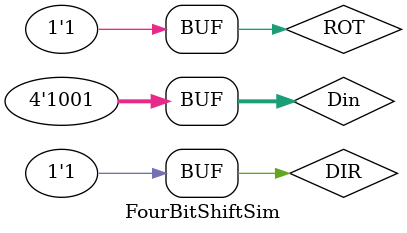
<source format=sv>
`timescale 1ns / 1ps


module FourBitShiftSim();
//Creation of signals
 logic [3:0] Din, Dout;
 logic DIR, ROT;

 FourBitShifter UUT ( .Din(Din), .DIR(DIR), .ROT(ROT), .Dout(Dout));

 initial begin
    
   Din = 4'b1001; DIR = 0; ROT = 0; #10; // 0010
   Din = 4'b1001; DIR = 0; ROT = 1; #10; // 0011
   Din = 4'b1001; DIR = 1; ROT = 0; #10; // 0100
   Din = 4'b1001; DIR = 1; ROT = 1;      // 1100
   
 end
endmodule

</source>
